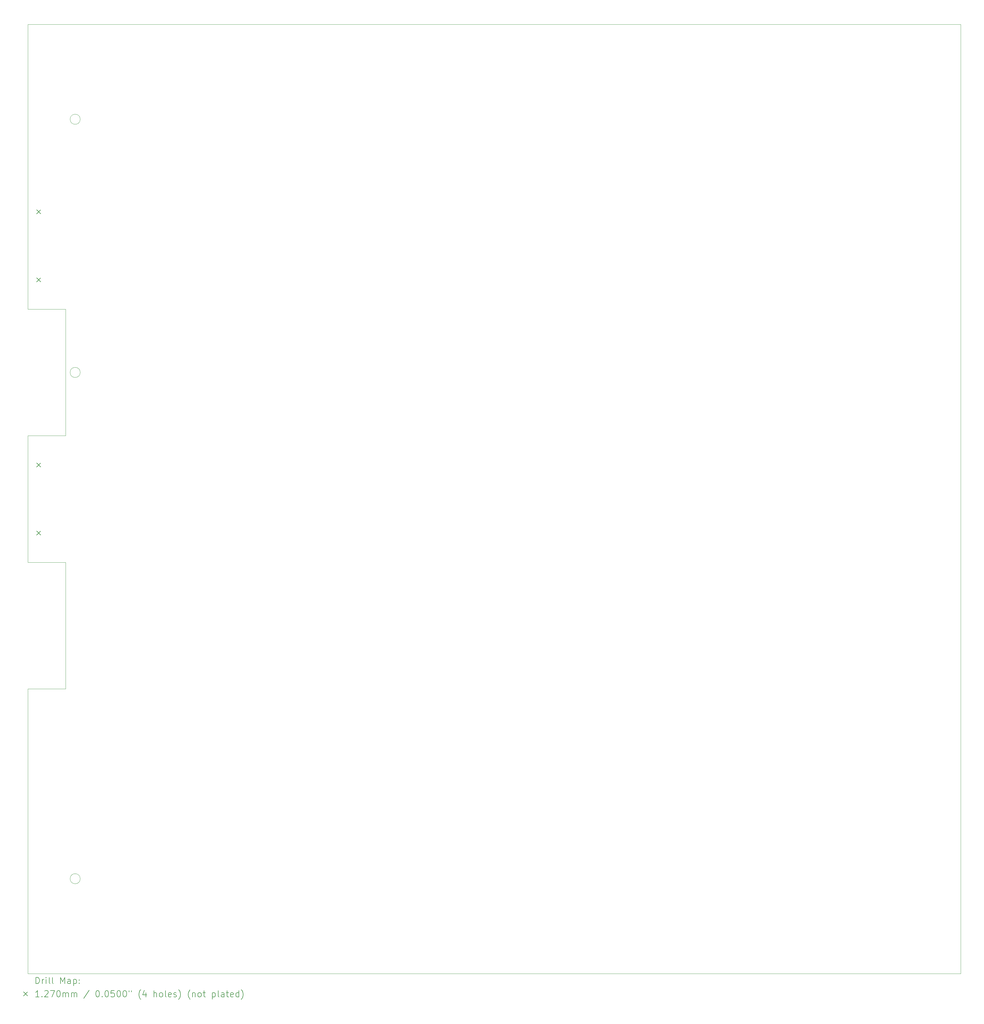
<source format=gbr>
%TF.GenerationSoftware,KiCad,Pcbnew,8.0.2-1*%
%TF.CreationDate,2024-06-21T16:05:55-04:00*%
%TF.ProjectId,OddLayers_3.0mm_SiPM,4f64644c-6179-4657-9273-5f332e306d6d,rev?*%
%TF.SameCoordinates,Original*%
%TF.FileFunction,Drillmap*%
%TF.FilePolarity,Positive*%
%FSLAX45Y45*%
G04 Gerber Fmt 4.5, Leading zero omitted, Abs format (unit mm)*
G04 Created by KiCad (PCBNEW 8.0.2-1) date 2024-06-21 16:05:55*
%MOMM*%
%LPD*%
G01*
G04 APERTURE LIST*
%ADD10C,0.100000*%
%ADD11C,0.050000*%
%ADD12C,0.200000*%
%ADD13C,0.127000*%
G04 APERTURE END LIST*
D10*
X7160000Y-30000000D02*
G75*
G02*
X6840000Y-30000000I-160000J0D01*
G01*
X6840000Y-30000000D02*
G75*
G02*
X7160000Y-30000000I160000J0D01*
G01*
X7160000Y-6000000D02*
G75*
G02*
X6840000Y-6000000I-160000J0D01*
G01*
X6840000Y-6000000D02*
G75*
G02*
X7160000Y-6000000I160000J0D01*
G01*
D11*
X5500000Y-24000000D02*
X5500000Y-33000000D01*
X6700000Y-12000000D02*
X5500000Y-12000000D01*
X5500000Y-8000000D02*
X5500000Y-12000000D01*
X6700000Y-24000000D02*
X6700000Y-20000000D01*
X5500000Y-16000000D02*
X6500000Y-16000000D01*
X5500000Y-3000000D02*
X35000000Y-3000000D01*
X5500000Y-20000000D02*
X5500000Y-16000000D01*
X5500000Y-8000000D02*
X5500000Y-3000000D01*
X6700000Y-20000000D02*
X5500000Y-20000000D01*
D10*
X7160000Y-14000000D02*
G75*
G02*
X6840000Y-14000000I-160000J0D01*
G01*
X6840000Y-14000000D02*
G75*
G02*
X7160000Y-14000000I160000J0D01*
G01*
D11*
X35000000Y-3000000D02*
X35000000Y-33000000D01*
X6700000Y-16000000D02*
X6500000Y-16000000D01*
X6700000Y-16000000D02*
X6700000Y-12000000D01*
X35000000Y-33000000D02*
X5500000Y-33000000D01*
X5500000Y-24000000D02*
X6700000Y-24000000D01*
D12*
D13*
X5786500Y-8862000D02*
X5913500Y-8989000D01*
X5913500Y-8862000D02*
X5786500Y-8989000D01*
X5786500Y-11011000D02*
X5913500Y-11138000D01*
X5913500Y-11011000D02*
X5786500Y-11138000D01*
X5786500Y-16862000D02*
X5913500Y-16989000D01*
X5913500Y-16862000D02*
X5786500Y-16989000D01*
X5786500Y-19011000D02*
X5913500Y-19138000D01*
X5913500Y-19011000D02*
X5786500Y-19138000D01*
D12*
X5758277Y-33313984D02*
X5758277Y-33113984D01*
X5758277Y-33113984D02*
X5805896Y-33113984D01*
X5805896Y-33113984D02*
X5834467Y-33123508D01*
X5834467Y-33123508D02*
X5853515Y-33142555D01*
X5853515Y-33142555D02*
X5863039Y-33161603D01*
X5863039Y-33161603D02*
X5872562Y-33199698D01*
X5872562Y-33199698D02*
X5872562Y-33228269D01*
X5872562Y-33228269D02*
X5863039Y-33266365D01*
X5863039Y-33266365D02*
X5853515Y-33285412D01*
X5853515Y-33285412D02*
X5834467Y-33304460D01*
X5834467Y-33304460D02*
X5805896Y-33313984D01*
X5805896Y-33313984D02*
X5758277Y-33313984D01*
X5958277Y-33313984D02*
X5958277Y-33180650D01*
X5958277Y-33218746D02*
X5967801Y-33199698D01*
X5967801Y-33199698D02*
X5977324Y-33190174D01*
X5977324Y-33190174D02*
X5996372Y-33180650D01*
X5996372Y-33180650D02*
X6015420Y-33180650D01*
X6082086Y-33313984D02*
X6082086Y-33180650D01*
X6082086Y-33113984D02*
X6072562Y-33123508D01*
X6072562Y-33123508D02*
X6082086Y-33133031D01*
X6082086Y-33133031D02*
X6091610Y-33123508D01*
X6091610Y-33123508D02*
X6082086Y-33113984D01*
X6082086Y-33113984D02*
X6082086Y-33133031D01*
X6205896Y-33313984D02*
X6186848Y-33304460D01*
X6186848Y-33304460D02*
X6177324Y-33285412D01*
X6177324Y-33285412D02*
X6177324Y-33113984D01*
X6310658Y-33313984D02*
X6291610Y-33304460D01*
X6291610Y-33304460D02*
X6282086Y-33285412D01*
X6282086Y-33285412D02*
X6282086Y-33113984D01*
X6539229Y-33313984D02*
X6539229Y-33113984D01*
X6539229Y-33113984D02*
X6605896Y-33256841D01*
X6605896Y-33256841D02*
X6672562Y-33113984D01*
X6672562Y-33113984D02*
X6672562Y-33313984D01*
X6853515Y-33313984D02*
X6853515Y-33209222D01*
X6853515Y-33209222D02*
X6843991Y-33190174D01*
X6843991Y-33190174D02*
X6824943Y-33180650D01*
X6824943Y-33180650D02*
X6786848Y-33180650D01*
X6786848Y-33180650D02*
X6767801Y-33190174D01*
X6853515Y-33304460D02*
X6834467Y-33313984D01*
X6834467Y-33313984D02*
X6786848Y-33313984D01*
X6786848Y-33313984D02*
X6767801Y-33304460D01*
X6767801Y-33304460D02*
X6758277Y-33285412D01*
X6758277Y-33285412D02*
X6758277Y-33266365D01*
X6758277Y-33266365D02*
X6767801Y-33247317D01*
X6767801Y-33247317D02*
X6786848Y-33237793D01*
X6786848Y-33237793D02*
X6834467Y-33237793D01*
X6834467Y-33237793D02*
X6853515Y-33228269D01*
X6948753Y-33180650D02*
X6948753Y-33380650D01*
X6948753Y-33190174D02*
X6967801Y-33180650D01*
X6967801Y-33180650D02*
X7005896Y-33180650D01*
X7005896Y-33180650D02*
X7024943Y-33190174D01*
X7024943Y-33190174D02*
X7034467Y-33199698D01*
X7034467Y-33199698D02*
X7043991Y-33218746D01*
X7043991Y-33218746D02*
X7043991Y-33275888D01*
X7043991Y-33275888D02*
X7034467Y-33294936D01*
X7034467Y-33294936D02*
X7024943Y-33304460D01*
X7024943Y-33304460D02*
X7005896Y-33313984D01*
X7005896Y-33313984D02*
X6967801Y-33313984D01*
X6967801Y-33313984D02*
X6948753Y-33304460D01*
X7129705Y-33294936D02*
X7139229Y-33304460D01*
X7139229Y-33304460D02*
X7129705Y-33313984D01*
X7129705Y-33313984D02*
X7120182Y-33304460D01*
X7120182Y-33304460D02*
X7129705Y-33294936D01*
X7129705Y-33294936D02*
X7129705Y-33313984D01*
X7129705Y-33190174D02*
X7139229Y-33199698D01*
X7139229Y-33199698D02*
X7129705Y-33209222D01*
X7129705Y-33209222D02*
X7120182Y-33199698D01*
X7120182Y-33199698D02*
X7129705Y-33190174D01*
X7129705Y-33190174D02*
X7129705Y-33209222D01*
D13*
X5370500Y-33579000D02*
X5497500Y-33706000D01*
X5497500Y-33579000D02*
X5370500Y-33706000D01*
D12*
X5863039Y-33733984D02*
X5748753Y-33733984D01*
X5805896Y-33733984D02*
X5805896Y-33533984D01*
X5805896Y-33533984D02*
X5786848Y-33562555D01*
X5786848Y-33562555D02*
X5767801Y-33581603D01*
X5767801Y-33581603D02*
X5748753Y-33591127D01*
X5948753Y-33714936D02*
X5958277Y-33724460D01*
X5958277Y-33724460D02*
X5948753Y-33733984D01*
X5948753Y-33733984D02*
X5939229Y-33724460D01*
X5939229Y-33724460D02*
X5948753Y-33714936D01*
X5948753Y-33714936D02*
X5948753Y-33733984D01*
X6034467Y-33553031D02*
X6043991Y-33543508D01*
X6043991Y-33543508D02*
X6063039Y-33533984D01*
X6063039Y-33533984D02*
X6110658Y-33533984D01*
X6110658Y-33533984D02*
X6129705Y-33543508D01*
X6129705Y-33543508D02*
X6139229Y-33553031D01*
X6139229Y-33553031D02*
X6148753Y-33572079D01*
X6148753Y-33572079D02*
X6148753Y-33591127D01*
X6148753Y-33591127D02*
X6139229Y-33619698D01*
X6139229Y-33619698D02*
X6024943Y-33733984D01*
X6024943Y-33733984D02*
X6148753Y-33733984D01*
X6215420Y-33533984D02*
X6348753Y-33533984D01*
X6348753Y-33533984D02*
X6263039Y-33733984D01*
X6463039Y-33533984D02*
X6482086Y-33533984D01*
X6482086Y-33533984D02*
X6501134Y-33543508D01*
X6501134Y-33543508D02*
X6510658Y-33553031D01*
X6510658Y-33553031D02*
X6520182Y-33572079D01*
X6520182Y-33572079D02*
X6529705Y-33610174D01*
X6529705Y-33610174D02*
X6529705Y-33657793D01*
X6529705Y-33657793D02*
X6520182Y-33695889D01*
X6520182Y-33695889D02*
X6510658Y-33714936D01*
X6510658Y-33714936D02*
X6501134Y-33724460D01*
X6501134Y-33724460D02*
X6482086Y-33733984D01*
X6482086Y-33733984D02*
X6463039Y-33733984D01*
X6463039Y-33733984D02*
X6443991Y-33724460D01*
X6443991Y-33724460D02*
X6434467Y-33714936D01*
X6434467Y-33714936D02*
X6424943Y-33695889D01*
X6424943Y-33695889D02*
X6415420Y-33657793D01*
X6415420Y-33657793D02*
X6415420Y-33610174D01*
X6415420Y-33610174D02*
X6424943Y-33572079D01*
X6424943Y-33572079D02*
X6434467Y-33553031D01*
X6434467Y-33553031D02*
X6443991Y-33543508D01*
X6443991Y-33543508D02*
X6463039Y-33533984D01*
X6615420Y-33733984D02*
X6615420Y-33600650D01*
X6615420Y-33619698D02*
X6624943Y-33610174D01*
X6624943Y-33610174D02*
X6643991Y-33600650D01*
X6643991Y-33600650D02*
X6672563Y-33600650D01*
X6672563Y-33600650D02*
X6691610Y-33610174D01*
X6691610Y-33610174D02*
X6701134Y-33629222D01*
X6701134Y-33629222D02*
X6701134Y-33733984D01*
X6701134Y-33629222D02*
X6710658Y-33610174D01*
X6710658Y-33610174D02*
X6729705Y-33600650D01*
X6729705Y-33600650D02*
X6758277Y-33600650D01*
X6758277Y-33600650D02*
X6777324Y-33610174D01*
X6777324Y-33610174D02*
X6786848Y-33629222D01*
X6786848Y-33629222D02*
X6786848Y-33733984D01*
X6882086Y-33733984D02*
X6882086Y-33600650D01*
X6882086Y-33619698D02*
X6891610Y-33610174D01*
X6891610Y-33610174D02*
X6910658Y-33600650D01*
X6910658Y-33600650D02*
X6939229Y-33600650D01*
X6939229Y-33600650D02*
X6958277Y-33610174D01*
X6958277Y-33610174D02*
X6967801Y-33629222D01*
X6967801Y-33629222D02*
X6967801Y-33733984D01*
X6967801Y-33629222D02*
X6977324Y-33610174D01*
X6977324Y-33610174D02*
X6996372Y-33600650D01*
X6996372Y-33600650D02*
X7024943Y-33600650D01*
X7024943Y-33600650D02*
X7043991Y-33610174D01*
X7043991Y-33610174D02*
X7053515Y-33629222D01*
X7053515Y-33629222D02*
X7053515Y-33733984D01*
X7443991Y-33524460D02*
X7272563Y-33781603D01*
X7701134Y-33533984D02*
X7720182Y-33533984D01*
X7720182Y-33533984D02*
X7739229Y-33543508D01*
X7739229Y-33543508D02*
X7748753Y-33553031D01*
X7748753Y-33553031D02*
X7758277Y-33572079D01*
X7758277Y-33572079D02*
X7767801Y-33610174D01*
X7767801Y-33610174D02*
X7767801Y-33657793D01*
X7767801Y-33657793D02*
X7758277Y-33695889D01*
X7758277Y-33695889D02*
X7748753Y-33714936D01*
X7748753Y-33714936D02*
X7739229Y-33724460D01*
X7739229Y-33724460D02*
X7720182Y-33733984D01*
X7720182Y-33733984D02*
X7701134Y-33733984D01*
X7701134Y-33733984D02*
X7682086Y-33724460D01*
X7682086Y-33724460D02*
X7672563Y-33714936D01*
X7672563Y-33714936D02*
X7663039Y-33695889D01*
X7663039Y-33695889D02*
X7653515Y-33657793D01*
X7653515Y-33657793D02*
X7653515Y-33610174D01*
X7653515Y-33610174D02*
X7663039Y-33572079D01*
X7663039Y-33572079D02*
X7672563Y-33553031D01*
X7672563Y-33553031D02*
X7682086Y-33543508D01*
X7682086Y-33543508D02*
X7701134Y-33533984D01*
X7853515Y-33714936D02*
X7863039Y-33724460D01*
X7863039Y-33724460D02*
X7853515Y-33733984D01*
X7853515Y-33733984D02*
X7843991Y-33724460D01*
X7843991Y-33724460D02*
X7853515Y-33714936D01*
X7853515Y-33714936D02*
X7853515Y-33733984D01*
X7986848Y-33533984D02*
X8005896Y-33533984D01*
X8005896Y-33533984D02*
X8024944Y-33543508D01*
X8024944Y-33543508D02*
X8034467Y-33553031D01*
X8034467Y-33553031D02*
X8043991Y-33572079D01*
X8043991Y-33572079D02*
X8053515Y-33610174D01*
X8053515Y-33610174D02*
X8053515Y-33657793D01*
X8053515Y-33657793D02*
X8043991Y-33695889D01*
X8043991Y-33695889D02*
X8034467Y-33714936D01*
X8034467Y-33714936D02*
X8024944Y-33724460D01*
X8024944Y-33724460D02*
X8005896Y-33733984D01*
X8005896Y-33733984D02*
X7986848Y-33733984D01*
X7986848Y-33733984D02*
X7967801Y-33724460D01*
X7967801Y-33724460D02*
X7958277Y-33714936D01*
X7958277Y-33714936D02*
X7948753Y-33695889D01*
X7948753Y-33695889D02*
X7939229Y-33657793D01*
X7939229Y-33657793D02*
X7939229Y-33610174D01*
X7939229Y-33610174D02*
X7948753Y-33572079D01*
X7948753Y-33572079D02*
X7958277Y-33553031D01*
X7958277Y-33553031D02*
X7967801Y-33543508D01*
X7967801Y-33543508D02*
X7986848Y-33533984D01*
X8234467Y-33533984D02*
X8139229Y-33533984D01*
X8139229Y-33533984D02*
X8129706Y-33629222D01*
X8129706Y-33629222D02*
X8139229Y-33619698D01*
X8139229Y-33619698D02*
X8158277Y-33610174D01*
X8158277Y-33610174D02*
X8205896Y-33610174D01*
X8205896Y-33610174D02*
X8224944Y-33619698D01*
X8224944Y-33619698D02*
X8234467Y-33629222D01*
X8234467Y-33629222D02*
X8243991Y-33648270D01*
X8243991Y-33648270D02*
X8243991Y-33695889D01*
X8243991Y-33695889D02*
X8234467Y-33714936D01*
X8234467Y-33714936D02*
X8224944Y-33724460D01*
X8224944Y-33724460D02*
X8205896Y-33733984D01*
X8205896Y-33733984D02*
X8158277Y-33733984D01*
X8158277Y-33733984D02*
X8139229Y-33724460D01*
X8139229Y-33724460D02*
X8129706Y-33714936D01*
X8367801Y-33533984D02*
X8386848Y-33533984D01*
X8386848Y-33533984D02*
X8405896Y-33543508D01*
X8405896Y-33543508D02*
X8415420Y-33553031D01*
X8415420Y-33553031D02*
X8424944Y-33572079D01*
X8424944Y-33572079D02*
X8434468Y-33610174D01*
X8434468Y-33610174D02*
X8434468Y-33657793D01*
X8434468Y-33657793D02*
X8424944Y-33695889D01*
X8424944Y-33695889D02*
X8415420Y-33714936D01*
X8415420Y-33714936D02*
X8405896Y-33724460D01*
X8405896Y-33724460D02*
X8386848Y-33733984D01*
X8386848Y-33733984D02*
X8367801Y-33733984D01*
X8367801Y-33733984D02*
X8348753Y-33724460D01*
X8348753Y-33724460D02*
X8339229Y-33714936D01*
X8339229Y-33714936D02*
X8329706Y-33695889D01*
X8329706Y-33695889D02*
X8320182Y-33657793D01*
X8320182Y-33657793D02*
X8320182Y-33610174D01*
X8320182Y-33610174D02*
X8329706Y-33572079D01*
X8329706Y-33572079D02*
X8339229Y-33553031D01*
X8339229Y-33553031D02*
X8348753Y-33543508D01*
X8348753Y-33543508D02*
X8367801Y-33533984D01*
X8558277Y-33533984D02*
X8577325Y-33533984D01*
X8577325Y-33533984D02*
X8596372Y-33543508D01*
X8596372Y-33543508D02*
X8605896Y-33553031D01*
X8605896Y-33553031D02*
X8615420Y-33572079D01*
X8615420Y-33572079D02*
X8624944Y-33610174D01*
X8624944Y-33610174D02*
X8624944Y-33657793D01*
X8624944Y-33657793D02*
X8615420Y-33695889D01*
X8615420Y-33695889D02*
X8605896Y-33714936D01*
X8605896Y-33714936D02*
X8596372Y-33724460D01*
X8596372Y-33724460D02*
X8577325Y-33733984D01*
X8577325Y-33733984D02*
X8558277Y-33733984D01*
X8558277Y-33733984D02*
X8539229Y-33724460D01*
X8539229Y-33724460D02*
X8529706Y-33714936D01*
X8529706Y-33714936D02*
X8520182Y-33695889D01*
X8520182Y-33695889D02*
X8510658Y-33657793D01*
X8510658Y-33657793D02*
X8510658Y-33610174D01*
X8510658Y-33610174D02*
X8520182Y-33572079D01*
X8520182Y-33572079D02*
X8529706Y-33553031D01*
X8529706Y-33553031D02*
X8539229Y-33543508D01*
X8539229Y-33543508D02*
X8558277Y-33533984D01*
X8701134Y-33533984D02*
X8701134Y-33572079D01*
X8777325Y-33533984D02*
X8777325Y-33572079D01*
X9072563Y-33810174D02*
X9063039Y-33800650D01*
X9063039Y-33800650D02*
X9043991Y-33772079D01*
X9043991Y-33772079D02*
X9034468Y-33753031D01*
X9034468Y-33753031D02*
X9024944Y-33724460D01*
X9024944Y-33724460D02*
X9015420Y-33676841D01*
X9015420Y-33676841D02*
X9015420Y-33638746D01*
X9015420Y-33638746D02*
X9024944Y-33591127D01*
X9024944Y-33591127D02*
X9034468Y-33562555D01*
X9034468Y-33562555D02*
X9043991Y-33543508D01*
X9043991Y-33543508D02*
X9063039Y-33514936D01*
X9063039Y-33514936D02*
X9072563Y-33505412D01*
X9234468Y-33600650D02*
X9234468Y-33733984D01*
X9186849Y-33524460D02*
X9139230Y-33667317D01*
X9139230Y-33667317D02*
X9263039Y-33667317D01*
X9491611Y-33733984D02*
X9491611Y-33533984D01*
X9577325Y-33733984D02*
X9577325Y-33629222D01*
X9577325Y-33629222D02*
X9567801Y-33610174D01*
X9567801Y-33610174D02*
X9548753Y-33600650D01*
X9548753Y-33600650D02*
X9520182Y-33600650D01*
X9520182Y-33600650D02*
X9501134Y-33610174D01*
X9501134Y-33610174D02*
X9491611Y-33619698D01*
X9701134Y-33733984D02*
X9682087Y-33724460D01*
X9682087Y-33724460D02*
X9672563Y-33714936D01*
X9672563Y-33714936D02*
X9663039Y-33695889D01*
X9663039Y-33695889D02*
X9663039Y-33638746D01*
X9663039Y-33638746D02*
X9672563Y-33619698D01*
X9672563Y-33619698D02*
X9682087Y-33610174D01*
X9682087Y-33610174D02*
X9701134Y-33600650D01*
X9701134Y-33600650D02*
X9729706Y-33600650D01*
X9729706Y-33600650D02*
X9748753Y-33610174D01*
X9748753Y-33610174D02*
X9758277Y-33619698D01*
X9758277Y-33619698D02*
X9767801Y-33638746D01*
X9767801Y-33638746D02*
X9767801Y-33695889D01*
X9767801Y-33695889D02*
X9758277Y-33714936D01*
X9758277Y-33714936D02*
X9748753Y-33724460D01*
X9748753Y-33724460D02*
X9729706Y-33733984D01*
X9729706Y-33733984D02*
X9701134Y-33733984D01*
X9882087Y-33733984D02*
X9863039Y-33724460D01*
X9863039Y-33724460D02*
X9853515Y-33705412D01*
X9853515Y-33705412D02*
X9853515Y-33533984D01*
X10034468Y-33724460D02*
X10015420Y-33733984D01*
X10015420Y-33733984D02*
X9977325Y-33733984D01*
X9977325Y-33733984D02*
X9958277Y-33724460D01*
X9958277Y-33724460D02*
X9948753Y-33705412D01*
X9948753Y-33705412D02*
X9948753Y-33629222D01*
X9948753Y-33629222D02*
X9958277Y-33610174D01*
X9958277Y-33610174D02*
X9977325Y-33600650D01*
X9977325Y-33600650D02*
X10015420Y-33600650D01*
X10015420Y-33600650D02*
X10034468Y-33610174D01*
X10034468Y-33610174D02*
X10043992Y-33629222D01*
X10043992Y-33629222D02*
X10043992Y-33648270D01*
X10043992Y-33648270D02*
X9948753Y-33667317D01*
X10120182Y-33724460D02*
X10139230Y-33733984D01*
X10139230Y-33733984D02*
X10177325Y-33733984D01*
X10177325Y-33733984D02*
X10196373Y-33724460D01*
X10196373Y-33724460D02*
X10205896Y-33705412D01*
X10205896Y-33705412D02*
X10205896Y-33695889D01*
X10205896Y-33695889D02*
X10196373Y-33676841D01*
X10196373Y-33676841D02*
X10177325Y-33667317D01*
X10177325Y-33667317D02*
X10148753Y-33667317D01*
X10148753Y-33667317D02*
X10129706Y-33657793D01*
X10129706Y-33657793D02*
X10120182Y-33638746D01*
X10120182Y-33638746D02*
X10120182Y-33629222D01*
X10120182Y-33629222D02*
X10129706Y-33610174D01*
X10129706Y-33610174D02*
X10148753Y-33600650D01*
X10148753Y-33600650D02*
X10177325Y-33600650D01*
X10177325Y-33600650D02*
X10196373Y-33610174D01*
X10272563Y-33810174D02*
X10282087Y-33800650D01*
X10282087Y-33800650D02*
X10301134Y-33772079D01*
X10301134Y-33772079D02*
X10310658Y-33753031D01*
X10310658Y-33753031D02*
X10320182Y-33724460D01*
X10320182Y-33724460D02*
X10329706Y-33676841D01*
X10329706Y-33676841D02*
X10329706Y-33638746D01*
X10329706Y-33638746D02*
X10320182Y-33591127D01*
X10320182Y-33591127D02*
X10310658Y-33562555D01*
X10310658Y-33562555D02*
X10301134Y-33543508D01*
X10301134Y-33543508D02*
X10282087Y-33514936D01*
X10282087Y-33514936D02*
X10272563Y-33505412D01*
X10634468Y-33810174D02*
X10624944Y-33800650D01*
X10624944Y-33800650D02*
X10605896Y-33772079D01*
X10605896Y-33772079D02*
X10596373Y-33753031D01*
X10596373Y-33753031D02*
X10586849Y-33724460D01*
X10586849Y-33724460D02*
X10577325Y-33676841D01*
X10577325Y-33676841D02*
X10577325Y-33638746D01*
X10577325Y-33638746D02*
X10586849Y-33591127D01*
X10586849Y-33591127D02*
X10596373Y-33562555D01*
X10596373Y-33562555D02*
X10605896Y-33543508D01*
X10605896Y-33543508D02*
X10624944Y-33514936D01*
X10624944Y-33514936D02*
X10634468Y-33505412D01*
X10710658Y-33600650D02*
X10710658Y-33733984D01*
X10710658Y-33619698D02*
X10720182Y-33610174D01*
X10720182Y-33610174D02*
X10739230Y-33600650D01*
X10739230Y-33600650D02*
X10767801Y-33600650D01*
X10767801Y-33600650D02*
X10786849Y-33610174D01*
X10786849Y-33610174D02*
X10796373Y-33629222D01*
X10796373Y-33629222D02*
X10796373Y-33733984D01*
X10920182Y-33733984D02*
X10901134Y-33724460D01*
X10901134Y-33724460D02*
X10891611Y-33714936D01*
X10891611Y-33714936D02*
X10882087Y-33695889D01*
X10882087Y-33695889D02*
X10882087Y-33638746D01*
X10882087Y-33638746D02*
X10891611Y-33619698D01*
X10891611Y-33619698D02*
X10901134Y-33610174D01*
X10901134Y-33610174D02*
X10920182Y-33600650D01*
X10920182Y-33600650D02*
X10948754Y-33600650D01*
X10948754Y-33600650D02*
X10967801Y-33610174D01*
X10967801Y-33610174D02*
X10977325Y-33619698D01*
X10977325Y-33619698D02*
X10986849Y-33638746D01*
X10986849Y-33638746D02*
X10986849Y-33695889D01*
X10986849Y-33695889D02*
X10977325Y-33714936D01*
X10977325Y-33714936D02*
X10967801Y-33724460D01*
X10967801Y-33724460D02*
X10948754Y-33733984D01*
X10948754Y-33733984D02*
X10920182Y-33733984D01*
X11043992Y-33600650D02*
X11120182Y-33600650D01*
X11072563Y-33533984D02*
X11072563Y-33705412D01*
X11072563Y-33705412D02*
X11082087Y-33724460D01*
X11082087Y-33724460D02*
X11101134Y-33733984D01*
X11101134Y-33733984D02*
X11120182Y-33733984D01*
X11339230Y-33600650D02*
X11339230Y-33800650D01*
X11339230Y-33610174D02*
X11358277Y-33600650D01*
X11358277Y-33600650D02*
X11396373Y-33600650D01*
X11396373Y-33600650D02*
X11415420Y-33610174D01*
X11415420Y-33610174D02*
X11424944Y-33619698D01*
X11424944Y-33619698D02*
X11434468Y-33638746D01*
X11434468Y-33638746D02*
X11434468Y-33695889D01*
X11434468Y-33695889D02*
X11424944Y-33714936D01*
X11424944Y-33714936D02*
X11415420Y-33724460D01*
X11415420Y-33724460D02*
X11396373Y-33733984D01*
X11396373Y-33733984D02*
X11358277Y-33733984D01*
X11358277Y-33733984D02*
X11339230Y-33724460D01*
X11548753Y-33733984D02*
X11529706Y-33724460D01*
X11529706Y-33724460D02*
X11520182Y-33705412D01*
X11520182Y-33705412D02*
X11520182Y-33533984D01*
X11710658Y-33733984D02*
X11710658Y-33629222D01*
X11710658Y-33629222D02*
X11701134Y-33610174D01*
X11701134Y-33610174D02*
X11682087Y-33600650D01*
X11682087Y-33600650D02*
X11643992Y-33600650D01*
X11643992Y-33600650D02*
X11624944Y-33610174D01*
X11710658Y-33724460D02*
X11691611Y-33733984D01*
X11691611Y-33733984D02*
X11643992Y-33733984D01*
X11643992Y-33733984D02*
X11624944Y-33724460D01*
X11624944Y-33724460D02*
X11615420Y-33705412D01*
X11615420Y-33705412D02*
X11615420Y-33686365D01*
X11615420Y-33686365D02*
X11624944Y-33667317D01*
X11624944Y-33667317D02*
X11643992Y-33657793D01*
X11643992Y-33657793D02*
X11691611Y-33657793D01*
X11691611Y-33657793D02*
X11710658Y-33648270D01*
X11777325Y-33600650D02*
X11853515Y-33600650D01*
X11805896Y-33533984D02*
X11805896Y-33705412D01*
X11805896Y-33705412D02*
X11815420Y-33724460D01*
X11815420Y-33724460D02*
X11834468Y-33733984D01*
X11834468Y-33733984D02*
X11853515Y-33733984D01*
X11996373Y-33724460D02*
X11977325Y-33733984D01*
X11977325Y-33733984D02*
X11939230Y-33733984D01*
X11939230Y-33733984D02*
X11920182Y-33724460D01*
X11920182Y-33724460D02*
X11910658Y-33705412D01*
X11910658Y-33705412D02*
X11910658Y-33629222D01*
X11910658Y-33629222D02*
X11920182Y-33610174D01*
X11920182Y-33610174D02*
X11939230Y-33600650D01*
X11939230Y-33600650D02*
X11977325Y-33600650D01*
X11977325Y-33600650D02*
X11996373Y-33610174D01*
X11996373Y-33610174D02*
X12005896Y-33629222D01*
X12005896Y-33629222D02*
X12005896Y-33648270D01*
X12005896Y-33648270D02*
X11910658Y-33667317D01*
X12177325Y-33733984D02*
X12177325Y-33533984D01*
X12177325Y-33724460D02*
X12158277Y-33733984D01*
X12158277Y-33733984D02*
X12120182Y-33733984D01*
X12120182Y-33733984D02*
X12101134Y-33724460D01*
X12101134Y-33724460D02*
X12091611Y-33714936D01*
X12091611Y-33714936D02*
X12082087Y-33695889D01*
X12082087Y-33695889D02*
X12082087Y-33638746D01*
X12082087Y-33638746D02*
X12091611Y-33619698D01*
X12091611Y-33619698D02*
X12101134Y-33610174D01*
X12101134Y-33610174D02*
X12120182Y-33600650D01*
X12120182Y-33600650D02*
X12158277Y-33600650D01*
X12158277Y-33600650D02*
X12177325Y-33610174D01*
X12253515Y-33810174D02*
X12263039Y-33800650D01*
X12263039Y-33800650D02*
X12282087Y-33772079D01*
X12282087Y-33772079D02*
X12291611Y-33753031D01*
X12291611Y-33753031D02*
X12301134Y-33724460D01*
X12301134Y-33724460D02*
X12310658Y-33676841D01*
X12310658Y-33676841D02*
X12310658Y-33638746D01*
X12310658Y-33638746D02*
X12301134Y-33591127D01*
X12301134Y-33591127D02*
X12291611Y-33562555D01*
X12291611Y-33562555D02*
X12282087Y-33543508D01*
X12282087Y-33543508D02*
X12263039Y-33514936D01*
X12263039Y-33514936D02*
X12253515Y-33505412D01*
M02*

</source>
